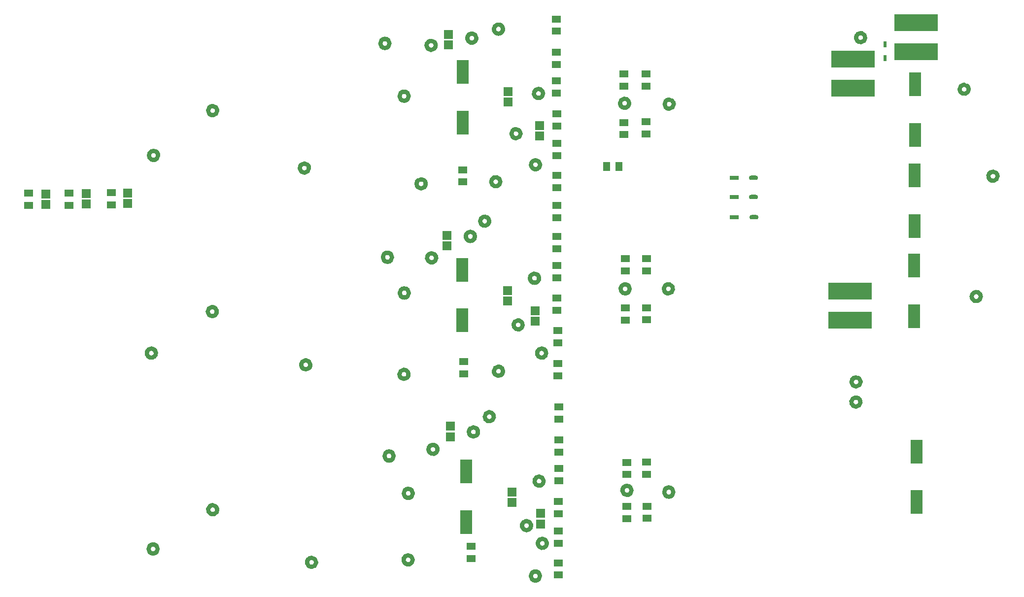
<source format=gbp>
G04*
G04 #@! TF.GenerationSoftware,Altium Limited,Altium Designer,21.6.4 (81)*
G04*
G04 Layer_Color=128*
%FSLAX44Y44*%
%MOMM*%
G71*
G04*
G04 #@! TF.SameCoordinates,237C1AA0-54E4-4B3D-89E3-81C07F55AAFC*
G04*
G04*
G04 #@! TF.FilePolarity,Positive*
G04*
G01*
G75*
%ADD18C,0.7620*%
%ADD19R,1.5082X1.2065*%
%ADD21R,1.2065X1.5082*%
G04:AMPARAMS|DCode=25|XSize=1.6071mm|YSize=0.7621mm|CornerRadius=0.3811mm|HoleSize=0mm|Usage=FLASHONLY|Rotation=0.000|XOffset=0mm|YOffset=0mm|HoleType=Round|Shape=RoundedRectangle|*
%AMROUNDEDRECTD25*
21,1,1.6071,0.0000,0,0,0.0*
21,1,0.8450,0.7621,0,0,0.0*
1,1,0.7621,0.4225,0.0000*
1,1,0.7621,-0.4225,0.0000*
1,1,0.7621,-0.4225,0.0000*
1,1,0.7621,0.4225,0.0000*
%
%ADD25ROUNDEDRECTD25*%
%ADD26R,1.6071X0.7621*%
%ADD33R,1.5562X1.5046*%
%ADD79R,0.5000X1.0000*%
%ADD80R,2.0000X4.1000*%
%ADD81R,7.5000X3.0000*%
D18*
X1559865Y1562481D02*
G03*
X1575537Y1561790I7823J-635D01*
G01*
X1566230Y1569559D02*
G03*
X1559865Y1562481I1458J-7713D01*
G01*
X1575537Y1561846D02*
G03*
X1566230Y1569559I-7849J0D01*
G01*
X1631442Y1336523D02*
G03*
X1639291Y1328674I0J-7849D01*
G01*
D02*
G03*
X1631498Y1336523I-7849J0D01*
G01*
X1631188Y629641D02*
G03*
X1631244Y629641I0J-7849D01*
G01*
X1597914Y1374165D02*
G03*
X1605763Y1382014I0J7849D01*
G01*
X1597914Y1389863D02*
G03*
X1597914Y1374165I0J-7849D01*
G01*
X1605763Y1382014D02*
G03*
X1597970Y1389863I-7849J0D01*
G01*
X1603911Y1060798D02*
G03*
X1601526Y1061187I-2441J-7460D01*
G01*
X1564574Y1307177D02*
G03*
X1570965Y1299408I-1458J-7713D01*
G01*
X1601470Y1061187D02*
G03*
X1607955Y1057761I0J-7849D01*
G01*
X1570965Y1299464D02*
G03*
X1564574Y1307177I-7849J0D01*
G01*
X1607955Y1057761D02*
G03*
X1603911Y1060798I-6485J-4423D01*
G01*
X1623660Y709864D02*
G03*
X1616004Y716255I-7713J-1458D01*
G01*
X1567688Y981685D02*
G03*
X1559865Y974471I0J-7849D01*
G01*
X1615948Y716255D02*
G03*
X1623660Y709864I0J-7849D01*
G01*
X1544091Y895604D02*
G03*
X1551996Y903453I7849J0D01*
G01*
X1551940Y903453D02*
G03*
X1544091Y895604I0J-7849D01*
G01*
X1542057Y1239234D02*
G03*
X1536217Y1231646I2009J-7588D01*
G01*
D02*
G03*
X1544122Y1239495I7849J0D01*
G01*
X2189988Y1554963D02*
G03*
X2184438Y1541564I0J-7849D01*
G01*
X2190280Y1539270D02*
G03*
X2192020Y1554695I-292J7844D01*
G01*
X2184438Y1541564D02*
G03*
X2190280Y1539270I5550J5550D01*
G01*
X2192020Y1554695D02*
G03*
X2190044Y1554963I-2032J-7581D01*
G01*
X1084526Y1422313D02*
G03*
X1077087Y1429478I-7820J-675D01*
G01*
X1077022Y1413795D02*
G03*
X1084555Y1421582I-316J7843D01*
G01*
X1076706Y1413789D02*
G03*
X1077022Y1413795I0J7849D01*
G01*
X1077087Y1429478D02*
G03*
X1076325Y1413798I-381J-7840D01*
G01*
Y1084038D02*
G03*
X1076000Y1084047I-381J-7840D01*
G01*
X1079246Y1083319D02*
G03*
X1076325Y1084038I-3302J-7121D01*
G01*
X1075944Y1068349D02*
G03*
X1081494Y1081748I0J7849D01*
G01*
X1068095Y1076198D02*
G03*
X1075944Y1068349I7849J0D01*
G01*
X1076706Y743433D02*
G03*
X1075944Y743396I0J-7849D01*
G01*
D02*
G03*
X1073658Y742817I762J-7812D01*
G01*
X1084555Y1421638D02*
G03*
X1084526Y1422313I-7849J0D01*
G01*
X1076325Y1413798D02*
G03*
X1076706Y1413789I381J7840D01*
G01*
X1081494Y1081748D02*
G03*
X1079246Y1083319I-5550J-5550D01*
G01*
X1075944Y1084047D02*
G03*
X1068095Y1076198I0J-7849D01*
G01*
X2372883Y1464438D02*
G03*
X2367788Y1466317I-5095J-5970D01*
G01*
D02*
G03*
X2359939Y1458524I0J-7849D01*
G01*
X1868907Y1432814D02*
G03*
X1868481Y1435365I-7849J0D01*
G01*
X1861058Y1440663D02*
G03*
X1861058Y1424965I0J-7849D01*
G01*
X1868481Y1435365D02*
G03*
X1861058Y1440663I-7423J-2551D01*
G01*
Y1424965D02*
G03*
X1868907Y1432758I0J7849D01*
G01*
X1644358Y1451563D02*
G03*
X1640103Y1458087I-7836J-461D01*
G01*
X1644371Y1451102D02*
G03*
X1644358Y1451563I-7849J0D01*
G01*
X1636522Y1458951D02*
G03*
X1644371Y1451102I0J-7849D01*
G01*
X1640103Y1458087D02*
G03*
X1636578Y1458951I-3581J-6985D01*
G01*
X1573856Y978691D02*
G03*
X1567744Y981685I-6168J-4855D01*
G01*
X1575537Y973836D02*
G03*
X1573856Y978691I-7849J0D01*
G01*
X1575307Y971948D02*
G03*
X1575537Y973836I-7619J1887D01*
G01*
X1559865Y974471D02*
G03*
X1575307Y971948I7823J-635D01*
G01*
X1650972Y678133D02*
G03*
X1643182Y685775I-7846J-207D01*
G01*
X1650975Y677926D02*
G03*
X1650972Y678133I-7849J0D01*
G01*
X1413231Y968502D02*
G03*
X1409438Y975222I-7849J0D01*
G01*
X1409438D02*
G03*
X1405438Y976351I-4056J-6720D01*
G01*
X1397533Y968502D02*
G03*
X1413231Y968502I7849J0D01*
G01*
X1405382Y976351D02*
G03*
X1397533Y968502I0J-7849D01*
G01*
X1420328Y649986D02*
G03*
X1412550Y657352I-7834J-483D01*
G01*
X1420343Y649503D02*
G03*
X1420328Y649986I-7849J0D01*
G01*
X1412494Y657352D02*
G03*
X1420337Y649197I0J-7849D01*
G01*
D02*
G03*
X1420343Y649503I-7843J305D01*
G01*
X1645384Y785067D02*
G03*
X1637594Y792709I-7846J-207D01*
G01*
X1637538Y792709D02*
G03*
X1645384Y785067I0J-7849D01*
G01*
X1532611Y869442D02*
G03*
X1516913Y869498I-7849J0D01*
G01*
X1516913Y869442D02*
G03*
X1532611Y869442I7849J0D01*
G01*
X1462879Y838012D02*
G03*
X1455222Y847319I-7713J1458D01*
G01*
X1455166Y847319D02*
G03*
X1462879Y838012I0J-7849D01*
G01*
X1859646Y773825D02*
G03*
X1858940Y773729I706J-7817D01*
G01*
X1860352Y773857D02*
G03*
X1859646Y773825I0J-7849D01*
G01*
X1860352Y758159D02*
G03*
X1860408Y773857I0J7849D01*
G01*
X1858940Y773729D02*
G03*
X1860352Y758159I1412J-7721D01*
G01*
X1788414Y776707D02*
G03*
X1788287Y776706I0J-7849D01*
G01*
X1788541Y761010D02*
G03*
X1788470Y776707I-127J7848D01*
G01*
X1780591Y768223D02*
G03*
X1788541Y761010I7823J635D01*
G01*
X1788287Y776706D02*
G03*
X1780591Y768223I127J-7848D01*
G01*
X1643126Y685775D02*
G03*
X1650975Y677926I0J-7849D01*
G01*
X1544066Y1239495D02*
G03*
X1542057Y1239234I0J-7849D01*
G01*
X1522761Y1554161D02*
G03*
X1522024Y1554201I-793J-7809D01*
G01*
X1529680Y1544894D02*
G03*
X1529817Y1546352I-7713J1458D01*
G01*
X1521968Y1554201D02*
G03*
X1529680Y1544894I0J-7849D01*
G01*
X1529817Y1546352D02*
G03*
X1522762Y1554161I-7849J0D01*
G01*
X1637508Y1133888D02*
G03*
X1637507Y1133898I-7844J-287D01*
G01*
X1621815Y1133602D02*
G03*
X1637508Y1133888I7849J0D01*
G01*
X1526290Y1209294D02*
G03*
X1519484Y1213333I-6862J-3810D01*
G01*
X1527261Y1205992D02*
G03*
X1526290Y1209294I-7833J-508D01*
G01*
X1527277Y1205484D02*
G03*
X1527261Y1205992I-7849J0D01*
G01*
X1526549Y1202182D02*
G03*
X1527277Y1205484I-7121J3302D01*
G01*
X1512566Y1209294D02*
G03*
X1526549Y1202182I6862J-3810D01*
G01*
X1519428Y1213333D02*
G03*
X1512566Y1209294I0J-7849D01*
G01*
X1645992Y1011495D02*
G03*
X1641912Y1012673I-4136J-6671D01*
G01*
X1649705Y1004824D02*
G03*
X1645992Y1011495I-7849J0D01*
G01*
X1641856Y1012673D02*
G03*
X1649705Y1004824I0J-7849D01*
G01*
X1862148Y1122754D02*
G03*
X1860662Y1123097I-2502J-7440D01*
G01*
X1859646Y1107465D02*
G03*
X1862148Y1122754I0J7849D01*
G01*
X1860662Y1123097D02*
G03*
X1859702Y1123163I-1016J-7783D01*
G01*
X1857980Y1107644D02*
G03*
X1859646Y1107465I1666J7670D01*
G01*
Y1123163D02*
G03*
X1857980Y1107644I0J-7849D01*
G01*
X1459859Y1534354D02*
G03*
X1458885Y1537714I-7836J-450D01*
G01*
X1457580Y1528360D02*
G03*
X1459859Y1534354I-5556J5544D01*
G01*
X2375637Y1458468D02*
G03*
X2372883Y1464438I-7849J0D01*
G01*
X2373739Y1453350D02*
G03*
X2374272Y1454045I-5951J5118D01*
G01*
X2359939Y1458468D02*
G03*
X2373739Y1453350I7849J0D01*
G01*
X2374272Y1454045D02*
G03*
X2375637Y1458468I-6485J4423D01*
G01*
X2418776Y1301149D02*
G03*
X2425167Y1308806I-1458J7713D01*
G01*
X2425167Y1308862D02*
G03*
X2409583Y1310198I-7849J0D01*
G01*
D02*
G03*
X2411768Y1303312I7735J-1336D01*
G01*
D02*
G03*
X2418776Y1301149I5550J5550D01*
G01*
X1458100Y1174516D02*
G03*
X1452936Y1176503I-5220J-5862D01*
G01*
X1460713Y1168146D02*
G03*
X1458100Y1174516I-7833J508D01*
G01*
X1452880Y1176503D02*
G03*
X1460713Y1168146I0J-7849D01*
G01*
X2187033Y961411D02*
G03*
X2185422Y962412I-4919J-6117D01*
G01*
X2187664Y960844D02*
G03*
X2187033Y961411I-5550J-5550D01*
G01*
X2185422Y962412D02*
G03*
X2182114Y963143I-3308J-7118D01*
G01*
X2189896Y956320D02*
G03*
X2187664Y960844I-7782J-1026D01*
G01*
X2181987Y963142D02*
G03*
X2178304Y962156I127J-7848D01*
G01*
X2178304Y962156D02*
G03*
X2174265Y955294I3810J-6862D01*
G01*
D02*
G03*
X2176564Y949744I7849J0D01*
G01*
X2174265Y955294D02*
G03*
X2176564Y949744I7849J0D01*
G01*
X1239810Y1317409D02*
G03*
X1242109Y1322959I-5550J5550D01*
G01*
D02*
G03*
X1241905Y1324737I-7849J0D01*
G01*
X1234513Y1315114D02*
G03*
X1239810Y1317409I-254J7845D01*
G01*
X1236726Y992607D02*
G03*
X1231176Y990308I0J-7849D01*
G01*
D02*
G03*
X1228893Y984250I5550J-5550D01*
G01*
X1244559Y984250D02*
G03*
X1244575Y984758I-7833J508D01*
G01*
X1228893Y984250D02*
G03*
X1244559Y984250I7833J508D01*
G01*
X1254415Y644144D02*
G03*
X1254481Y645160I-7783J1016D01*
G01*
X1238849Y644144D02*
G03*
X1254415Y644144I7783J1016D01*
G01*
X1246632Y653009D02*
G03*
X1238849Y644144I0J-7849D01*
G01*
X1442658Y1295146D02*
G03*
X1442695Y1295852I-7812J762D01*
G01*
X1442695Y1295908D02*
G03*
X1442658Y1295146I-7849J0D01*
G01*
X1791040Y1438443D02*
G03*
X1783969Y1442178I-6690J-4105D01*
G01*
X1792199Y1434338D02*
G03*
X1791040Y1438443I-7849J0D01*
G01*
X1783969Y1442178D02*
G03*
X1776502Y1434465I381J-7840D01*
G01*
X1783969Y1426498D02*
G03*
X1792199Y1434282I381J7840D01*
G01*
X1777286Y1430916D02*
G03*
X1783969Y1426498I7064J3422D01*
G01*
X1776501Y1434338D02*
G03*
X1777286Y1430916I7849J0D01*
G01*
X1776502Y1434465D02*
G03*
X1776501Y1434338I7848J-127D01*
G01*
X2396465Y1102106D02*
G03*
X2392096Y1109142I-7849J0D01*
G01*
X2381580Y1098626D02*
G03*
X2396465Y1102050I7036J3480D01*
G01*
X2392096Y1109142D02*
G03*
X2380767Y1102106I-3480J-7036D01*
G01*
D02*
G03*
X2381580Y1098626I7849J0D01*
G01*
X1637459Y1134523D02*
G03*
X1621815Y1133658I-7795J-922D01*
G01*
X1637507Y1133898D02*
G03*
X1637459Y1134523I-7843J-296D01*
G01*
X1785521Y1123162D02*
G03*
X1785422Y1123163I-155J-7848D01*
G01*
X1785747Y1123154D02*
G03*
X1785521Y1123162I-381J-7840D01*
G01*
X1783815Y1123008D02*
G03*
X1777573Y1116254I1550J-7694D01*
G01*
X1785366Y1123163D02*
G03*
X1783815Y1123008I0J-7849D01*
G01*
X1785366Y1107465D02*
G03*
X1785747Y1123154I0J7849D01*
G01*
X1778796Y1111019D02*
G03*
X1785366Y1107465I6570J4295D01*
G01*
X1777573Y1116254D02*
G03*
X1778796Y1111019I7793J-940D01*
G01*
X1372616Y1545057D02*
G03*
X1372672Y1545057I0J-7849D01*
G01*
X1376934Y1177519D02*
G03*
X1376990Y1177519I0J-7849D01*
G01*
X1379728Y835889D02*
G03*
X1379784Y835889I0J-7849D01*
G01*
X1446511Y1528316D02*
G03*
X1452023Y1526055I5512J5588D01*
G01*
D02*
G03*
X1457481Y1528263I0J7849D01*
G01*
X1457573Y1539454D02*
G03*
X1452079Y1541753I-5550J-5550D01*
G01*
X1445161Y1537714D02*
G03*
X1444680Y1536676I6862J-3810D01*
G01*
X1457579Y1539448D02*
G03*
X1457573Y1539454I-5556J-5544D01*
G01*
X1446473Y1528354D02*
G03*
X1446511Y1528316I5550J5550D01*
G01*
X1458885Y1537714D02*
G03*
X1457580Y1539448I-6862J-3810D01*
G01*
X1444680Y1536675D02*
G03*
X1444174Y1533904I7344J-2772D01*
G01*
D02*
G03*
X1444182Y1533555I7849J0D01*
G01*
D02*
G03*
X1444240Y1532888I7841J349D01*
G01*
D02*
G03*
X1446473Y1528354I7783J1016D01*
G01*
X1457482Y1528264D02*
G03*
X1457535Y1528316I-5458J5640D01*
G01*
X1457535Y1528316D02*
G03*
X1457573Y1528354I-5512J5588D01*
G01*
X1457574Y1528354D02*
G03*
X1457579Y1528360I-5550J5550D01*
G01*
X1452023Y1541753D02*
G03*
X1445161Y1537714I0J-7849D01*
G01*
X1452023Y1541753D02*
G03*
X1445161Y1537714I0J-7849D01*
G01*
X1452023Y1541753D02*
G03*
X1445161Y1537714I0J-7849D01*
G01*
X1452023Y1541753D02*
G03*
X1445161Y1537714I0J-7849D01*
G01*
X1412748Y771627D02*
G03*
X1412804Y771627I0J-7849D01*
G01*
X1405636Y1454379D02*
G03*
X1405692Y1454379I0J-7849D01*
G01*
X1405890Y1116051D02*
G03*
X1405946Y1116051I0J-7849D01*
G01*
X2189963Y955294D02*
G03*
X2189896Y956320I-7849J0D01*
G01*
X2187664Y949744D02*
G03*
X2189963Y955294I-5550J5550D01*
G01*
X2182114Y963143D02*
G03*
X2181987Y963142I0J-7849D01*
G01*
X2189653Y919810D02*
G03*
X2181804Y912901I-7793J940D01*
G01*
X2181860Y912901D02*
G03*
X2189653Y919810I0J7849D01*
G01*
X2182114Y947445D02*
G03*
X2187664Y949744I0J7849D01*
G01*
X2176564Y949744D02*
G03*
X2182058Y947445I5550J5550D01*
G01*
X2176564Y949744D02*
G03*
X2182058Y947445I5550J5550D01*
G01*
X1073658Y742817D02*
G03*
X1072283Y742068I3048J-7233D01*
G01*
X1254481Y645160D02*
G03*
X1246688Y653009I-7849J0D01*
G01*
X1072283Y742068D02*
G03*
X1076762Y743433I4423J-6485D01*
G01*
X1244575Y984758D02*
G03*
X1236782Y992607I-7849J0D01*
G01*
X1228747Y1328547D02*
G03*
X1227397Y1326769I5512J-5588D01*
G01*
X1234259Y1315110D02*
G03*
X1234513Y1315114I0J7849D01*
G01*
X1226508Y1321726D02*
G03*
X1234259Y1315110I7752J1233D01*
G01*
X1226410Y1322959D02*
G03*
X1226508Y1321726I7849J0D01*
G01*
X1227397Y1326769D02*
G03*
X1226410Y1322959I6862J-3810D01*
G01*
X1241768Y1325245D02*
G03*
X1241257Y1326515I-7509J-2286D01*
G01*
D02*
G03*
X1241122Y1326769I-6997J-3556D01*
G01*
D02*
G03*
X1239810Y1328509I-6862J-3810D01*
G01*
X1239771Y1328547D02*
G03*
X1234316Y1330808I-5512J-5588D01*
G01*
X1234259Y1330808D02*
G03*
X1228747Y1328547I0J-7849D01*
G01*
X1241905Y1324737D02*
G03*
X1241841Y1324991I-7645J-1778D01*
G01*
D02*
G03*
X1241768Y1325245I-7581J-2032D01*
G01*
X1239810Y1328509D02*
G03*
X1239771Y1328547I-5550J-5550D01*
G01*
X974344Y676123D02*
G03*
X974400Y676123I0J-7849D01*
G01*
X971296Y1351538D02*
G03*
X967257Y1344732I3810J-6862D01*
G01*
X978924Y1351534D02*
G03*
X971296Y1351538I-3818J-6858D01*
G01*
X967257Y1344676D02*
G03*
X971296Y1337814I7849J0D01*
G01*
X981680Y1348964D02*
G03*
X980656Y1350226I-6574J-4288D01*
G01*
X982759Y1346421D02*
G03*
X981680Y1348964I-7653J-1745D01*
G01*
X982955Y1344676D02*
G03*
X982759Y1346421I-7849J0D01*
G01*
X980864Y1339342D02*
G03*
X982955Y1344676I-5758J5334D01*
G01*
X980656Y1350226D02*
G03*
X978924Y1351534I-5550J-5550D01*
G01*
X975106Y1336827D02*
G03*
X980864Y1339342I0J7849D01*
G01*
X971296Y1337814D02*
G03*
X975106Y1336827I3810J6862D01*
G01*
X965746Y999274D02*
G03*
X971352Y1012673I5550J5550D01*
G01*
X971296Y1012673D02*
G03*
X965746Y999274I0J-7849D01*
G01*
D19*
X1668018Y1310132D02*
D03*
Y1344581D02*
D03*
X1667510Y1452023D02*
D03*
Y1473040D02*
D03*
X1822704Y720758D02*
D03*
Y741775D02*
D03*
X1822450Y817467D02*
D03*
Y796450D02*
D03*
X1520698Y672941D02*
D03*
Y651924D02*
D03*
X1670304Y728632D02*
D03*
Y749649D02*
D03*
X1671320Y806291D02*
D03*
Y785274D02*
D03*
X1788160Y796196D02*
D03*
Y817213D02*
D03*
X1788668Y741267D02*
D03*
Y720250D02*
D03*
X1670304Y644492D02*
D03*
Y623475D02*
D03*
Y678339D02*
D03*
Y699356D02*
D03*
X1671320Y855661D02*
D03*
Y834644D02*
D03*
X1671828Y912557D02*
D03*
Y891540D02*
D03*
X1822450Y1061974D02*
D03*
Y1082991D02*
D03*
X1668272Y1155192D02*
D03*
Y1134175D02*
D03*
X1668018Y1078295D02*
D03*
Y1099312D02*
D03*
X1669796Y1022510D02*
D03*
Y1043527D02*
D03*
X1507744Y990027D02*
D03*
Y969010D02*
D03*
X1667510Y1558101D02*
D03*
Y1579118D02*
D03*
X1669542Y986630D02*
D03*
Y965613D02*
D03*
X1821942Y1167384D02*
D03*
Y1146367D02*
D03*
X1786128D02*
D03*
Y1167384D02*
D03*
X1785366Y1082896D02*
D03*
Y1061880D02*
D03*
X1668018Y1258664D02*
D03*
Y1237647D02*
D03*
Y1205484D02*
D03*
Y1184467D02*
D03*
X902716Y1280762D02*
D03*
Y1259745D02*
D03*
X830072Y1280160D02*
D03*
Y1259143D02*
D03*
X760730Y1279652D02*
D03*
Y1258635D02*
D03*
X1667256Y1501299D02*
D03*
Y1522316D02*
D03*
X1668018Y1365598D02*
D03*
Y1289115D02*
D03*
X1783588Y1380396D02*
D03*
Y1401413D02*
D03*
X1821688Y1381920D02*
D03*
Y1402937D02*
D03*
X1783588Y1463867D02*
D03*
Y1484884D02*
D03*
X1820926Y1484471D02*
D03*
Y1463454D02*
D03*
X1667764Y1395381D02*
D03*
Y1416398D02*
D03*
X1505966Y1320132D02*
D03*
Y1299115D02*
D03*
D21*
X1753775Y1325372D02*
D03*
X1774792D02*
D03*
D25*
X2006092Y1306068D02*
D03*
Y1273048D02*
D03*
X2006600Y1238504D02*
D03*
D26*
X1972581Y1306068D02*
D03*
Y1273048D02*
D03*
X1973089Y1238504D02*
D03*
D33*
X1481582Y1552820D02*
D03*
X1638046Y1378222D02*
D03*
X1631188Y1059824D02*
D03*
X1640078Y729352D02*
D03*
Y711336D02*
D03*
X1485392Y879076D02*
D03*
Y861060D02*
D03*
X1591310Y747912D02*
D03*
Y765928D02*
D03*
X1631188Y1077840D02*
D03*
X1638046Y1396238D02*
D03*
X1583690Y1094486D02*
D03*
Y1112502D02*
D03*
X1479296Y1207498D02*
D03*
Y1189482D02*
D03*
X859790Y1261128D02*
D03*
Y1279144D02*
D03*
X930910Y1261754D02*
D03*
Y1279770D02*
D03*
X789940Y1260620D02*
D03*
Y1278636D02*
D03*
X1481582Y1534804D02*
D03*
X1584452Y1436252D02*
D03*
Y1454268D02*
D03*
D79*
X2231644Y1536000D02*
D03*
Y1512000D02*
D03*
D80*
X1505712Y1061212D02*
D03*
Y1148212D02*
D03*
X1506728Y1400998D02*
D03*
Y1487998D02*
D03*
X1512062Y801248D02*
D03*
Y714248D02*
D03*
X2283460Y1466662D02*
D03*
Y1379662D02*
D03*
X2282190Y1155700D02*
D03*
Y1068700D02*
D03*
X2282952Y1223198D02*
D03*
Y1310198D02*
D03*
X2285746Y835792D02*
D03*
Y748792D02*
D03*
D81*
X2171954Y1061104D02*
D03*
Y1111104D02*
D03*
X2176526Y1460030D02*
D03*
Y1510030D02*
D03*
X2285492Y1522622D02*
D03*
Y1572622D02*
D03*
M02*

</source>
